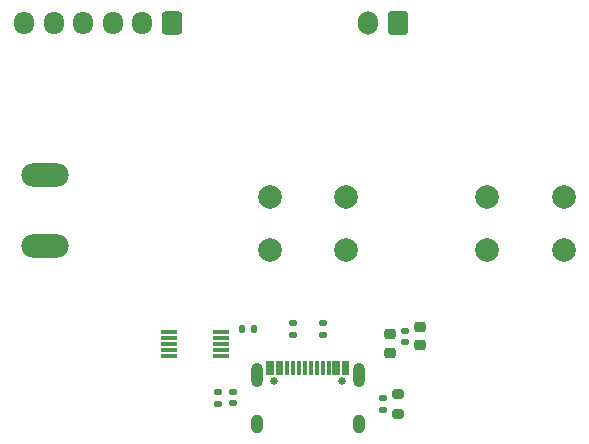
<source format=gbr>
%TF.GenerationSoftware,KiCad,Pcbnew,(6.0.5)*%
%TF.CreationDate,2022-10-18T17:57:13+09:00*%
%TF.ProjectId,IO_Board,494f5f42-6f61-4726-942e-6b696361645f,rev?*%
%TF.SameCoordinates,Original*%
%TF.FileFunction,Soldermask,Top*%
%TF.FilePolarity,Negative*%
%FSLAX46Y46*%
G04 Gerber Fmt 4.6, Leading zero omitted, Abs format (unit mm)*
G04 Created by KiCad (PCBNEW (6.0.5)) date 2022-10-18 17:57:13*
%MOMM*%
%LPD*%
G01*
G04 APERTURE LIST*
G04 Aperture macros list*
%AMRoundRect*
0 Rectangle with rounded corners*
0 $1 Rounding radius*
0 $2 $3 $4 $5 $6 $7 $8 $9 X,Y pos of 4 corners*
0 Add a 4 corners polygon primitive as box body*
4,1,4,$2,$3,$4,$5,$6,$7,$8,$9,$2,$3,0*
0 Add four circle primitives for the rounded corners*
1,1,$1+$1,$2,$3*
1,1,$1+$1,$4,$5*
1,1,$1+$1,$6,$7*
1,1,$1+$1,$8,$9*
0 Add four rect primitives between the rounded corners*
20,1,$1+$1,$2,$3,$4,$5,0*
20,1,$1+$1,$4,$5,$6,$7,0*
20,1,$1+$1,$6,$7,$8,$9,0*
20,1,$1+$1,$8,$9,$2,$3,0*%
G04 Aperture macros list end*
%ADD10RoundRect,0.140000X-0.140000X-0.170000X0.140000X-0.170000X0.140000X0.170000X-0.140000X0.170000X0*%
%ADD11R,1.400000X0.300000*%
%ADD12RoundRect,0.200000X0.275000X-0.200000X0.275000X0.200000X-0.275000X0.200000X-0.275000X-0.200000X0*%
%ADD13RoundRect,0.135000X-0.185000X0.135000X-0.185000X-0.135000X0.185000X-0.135000X0.185000X0.135000X0*%
%ADD14C,0.650000*%
%ADD15R,0.300000X1.150000*%
%ADD16O,1.000000X2.100000*%
%ADD17O,1.000000X1.600000*%
%ADD18C,2.000000*%
%ADD19RoundRect,0.218750X0.256250X-0.218750X0.256250X0.218750X-0.256250X0.218750X-0.256250X-0.218750X0*%
%ADD20RoundRect,0.225000X0.250000X-0.225000X0.250000X0.225000X-0.250000X0.225000X-0.250000X-0.225000X0*%
%ADD21O,4.000000X2.000000*%
%ADD22RoundRect,0.147500X-0.172500X0.147500X-0.172500X-0.147500X0.172500X-0.147500X0.172500X0.147500X0*%
%ADD23RoundRect,0.140000X0.170000X-0.140000X0.170000X0.140000X-0.170000X0.140000X-0.170000X-0.140000X0*%
%ADD24RoundRect,0.250000X0.600000X0.750000X-0.600000X0.750000X-0.600000X-0.750000X0.600000X-0.750000X0*%
%ADD25O,1.700000X2.000000*%
%ADD26RoundRect,0.250000X0.600000X0.725000X-0.600000X0.725000X-0.600000X-0.725000X0.600000X-0.725000X0*%
%ADD27O,1.700000X1.950000*%
G04 APERTURE END LIST*
D10*
%TO.C,C2*%
X145570000Y-102870000D03*
X146530000Y-102870000D03*
%TD*%
D11*
%TO.C,U1*%
X139405000Y-103140000D03*
X139405000Y-103640000D03*
X139405000Y-104140000D03*
X139405000Y-104640000D03*
X139405000Y-105140000D03*
X143805000Y-105140000D03*
X143805000Y-104640000D03*
X143805000Y-104140000D03*
X143805000Y-103640000D03*
X143805000Y-103140000D03*
%TD*%
D12*
%TO.C,R3*%
X158750000Y-110045000D03*
X158750000Y-108395000D03*
%TD*%
D13*
%TO.C,R4*%
X143510000Y-108200000D03*
X143510000Y-109220000D03*
%TD*%
D14*
%TO.C,J1*%
X148240000Y-107250000D03*
X154020000Y-107250000D03*
D15*
X147780000Y-106185000D03*
X148580000Y-106185000D03*
X149880000Y-106185000D03*
X150880000Y-106185000D03*
X151380000Y-106185000D03*
X152380000Y-106185000D03*
X153680000Y-106185000D03*
X154480000Y-106185000D03*
X154180000Y-106185000D03*
X153380000Y-106185000D03*
X152880000Y-106185000D03*
X151880000Y-106185000D03*
X150380000Y-106185000D03*
X149380000Y-106185000D03*
X148880000Y-106185000D03*
X148080000Y-106185000D03*
D16*
X155450000Y-106750000D03*
X146810000Y-106750000D03*
D17*
X155450000Y-110930000D03*
X146810000Y-110930000D03*
%TD*%
D18*
%TO.C,SW1*%
X147880000Y-91730000D03*
X154380000Y-91730000D03*
X147880000Y-96230000D03*
X154380000Y-96230000D03*
%TD*%
D19*
%TO.C,F1*%
X158115000Y-104927500D03*
X158115000Y-103352500D03*
%TD*%
D18*
%TO.C,SW2*%
X166295000Y-91730000D03*
X172795000Y-91730000D03*
X166295000Y-96230000D03*
X172795000Y-96230000D03*
%TD*%
D20*
%TO.C,C1*%
X160655000Y-104280000D03*
X160655000Y-102730000D03*
%TD*%
D21*
%TO.C,SW3*%
X128905000Y-95885000D03*
X128905000Y-89885000D03*
%TD*%
D22*
%TO.C,D1*%
X157480000Y-108735000D03*
X157480000Y-109705000D03*
%TD*%
D23*
%TO.C,C3*%
X159385000Y-103985000D03*
X159385000Y-103025000D03*
%TD*%
D13*
%TO.C,R1*%
X149860000Y-102360000D03*
X149860000Y-103380000D03*
%TD*%
D22*
%TO.C,D2*%
X144780000Y-108225000D03*
X144780000Y-109195000D03*
%TD*%
D13*
%TO.C,R2*%
X152400000Y-102360000D03*
X152400000Y-103380000D03*
%TD*%
D24*
%TO.C,J3*%
X158730000Y-76945000D03*
D25*
X156230000Y-76945000D03*
%TD*%
D26*
%TO.C,J2*%
X139600000Y-76945000D03*
D27*
X137100000Y-76945000D03*
X134600000Y-76945000D03*
X132100000Y-76945000D03*
X129600000Y-76945000D03*
X127100000Y-76945000D03*
%TD*%
M02*

</source>
